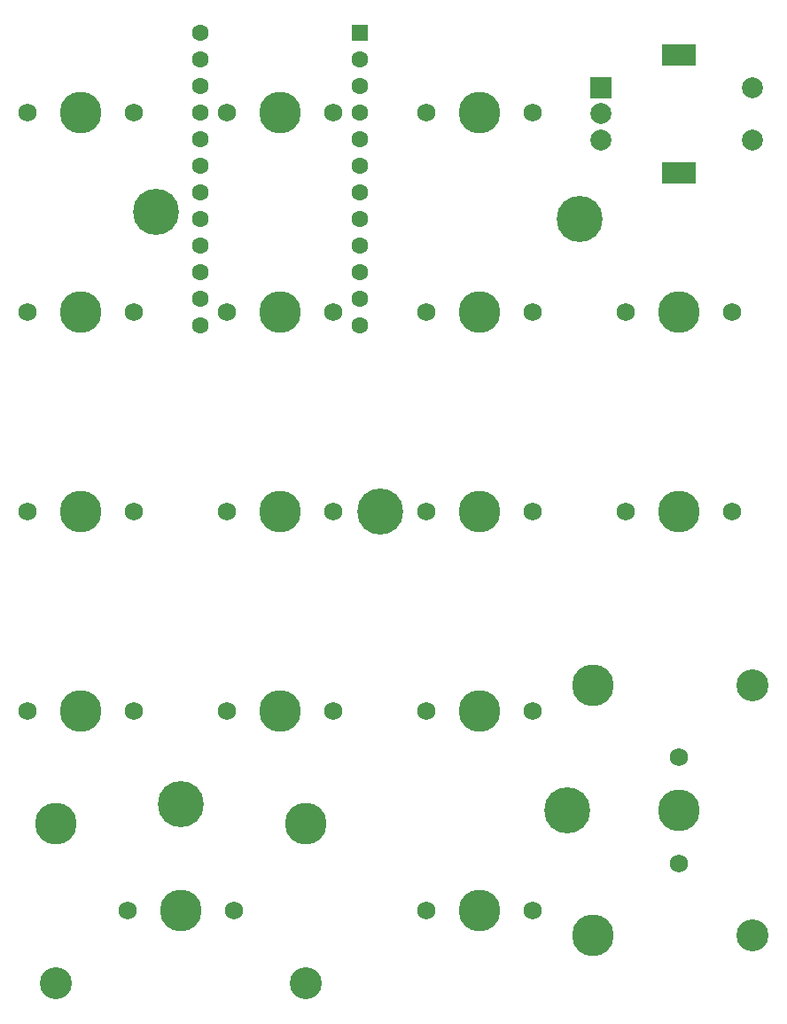
<source format=gbr>
%TF.GenerationSoftware,KiCad,Pcbnew,(5.1.7)-1*%
%TF.CreationDate,2020-12-03T19:41:16-08:00*%
%TF.ProjectId,macropad3,6d616372-6f70-4616-9433-2e6b69636164,rev?*%
%TF.SameCoordinates,Original*%
%TF.FileFunction,Soldermask,Top*%
%TF.FilePolarity,Negative*%
%FSLAX46Y46*%
G04 Gerber Fmt 4.6, Leading zero omitted, Abs format (unit mm)*
G04 Created by KiCad (PCBNEW (5.1.7)-1) date 2020-12-03 19:41:16*
%MOMM*%
%LPD*%
G01*
G04 APERTURE LIST*
%ADD10C,3.987800*%
%ADD11C,3.048000*%
%ADD12C,1.750000*%
%ADD13C,1.600000*%
%ADD14R,1.600000X1.600000*%
%ADD15R,2.000000X2.000000*%
%ADD16C,2.000000*%
%ADD17R,3.200000X2.000000*%
%ADD18C,4.400000*%
G04 APERTURE END LIST*
D10*
%TO.C,K-ENT1*%
X150549508Y-114412405D03*
X150549508Y-138288405D03*
D11*
X165789508Y-114412405D03*
X165789508Y-138288405D03*
D12*
X158804508Y-121270405D03*
X158804508Y-131430405D03*
D10*
X158804508Y-126350405D03*
%TD*%
%TO.C,K-0*%
X123117508Y-127620405D03*
X99241508Y-127620405D03*
D11*
X123117508Y-142860405D03*
X99241508Y-142860405D03*
D12*
X116259508Y-135875405D03*
X106099508Y-135875405D03*
D10*
X111179508Y-135875405D03*
%TD*%
D13*
%TO.C,U1*%
X113084532Y-52055405D03*
X113084532Y-54595405D03*
X113084532Y-57135405D03*
X113084532Y-59675405D03*
X113084532Y-62215405D03*
X113084532Y-64755405D03*
X113084532Y-67295405D03*
X113084532Y-69835405D03*
X113084532Y-72375405D03*
X113084532Y-74915405D03*
X113084532Y-77455405D03*
X113084532Y-79995405D03*
X128324532Y-79995405D03*
X128324532Y-77455405D03*
X128324532Y-74915405D03*
X128324532Y-72375405D03*
X128324532Y-69835405D03*
X128324532Y-67295405D03*
X128324532Y-64755405D03*
X128324532Y-62215405D03*
X128324532Y-59675405D03*
X128324532Y-57135405D03*
X128324532Y-54595405D03*
D14*
X128324532Y-52055405D03*
%TD*%
D15*
%TO.C,SW1*%
X151304508Y-57294155D03*
D16*
X151304508Y-59794155D03*
X151304508Y-62294155D03*
D17*
X158804508Y-54194155D03*
X158804508Y-65394155D03*
D16*
X165804508Y-57294155D03*
X165804508Y-62294155D03*
%TD*%
D10*
%TO.C,K-STAR1*%
X139754508Y-59675405D03*
D12*
X134674508Y-59675405D03*
X144834508Y-59675405D03*
%TD*%
D10*
%TO.C,K-PLUS1*%
X158804508Y-97775405D03*
D12*
X153724508Y-97775405D03*
X163884508Y-97775405D03*
%TD*%
%TO.C,K-NUM1*%
X106734508Y-59675405D03*
X96574508Y-59675405D03*
D10*
X101654508Y-59675405D03*
%TD*%
%TO.C,K-MIN1*%
X158804508Y-78725405D03*
D12*
X153724508Y-78725405D03*
X163884508Y-78725405D03*
%TD*%
D10*
%TO.C,K-DEL1*%
X139754508Y-135875405D03*
D12*
X134674508Y-135875405D03*
X144834508Y-135875405D03*
%TD*%
D10*
%TO.C,K-/1*%
X120704508Y-59675405D03*
D12*
X115624508Y-59675405D03*
X125784508Y-59675405D03*
%TD*%
D10*
%TO.C,K-9*%
X139754508Y-78725405D03*
D12*
X134674508Y-78725405D03*
X144834508Y-78725405D03*
%TD*%
D10*
%TO.C,K-8*%
X120704508Y-78725405D03*
D12*
X115624508Y-78725405D03*
X125784508Y-78725405D03*
%TD*%
D10*
%TO.C,K-7*%
X101654508Y-78725405D03*
D12*
X96574508Y-78725405D03*
X106734508Y-78725405D03*
%TD*%
D10*
%TO.C,K-6*%
X139754508Y-97775405D03*
D12*
X134674508Y-97775405D03*
X144834508Y-97775405D03*
%TD*%
D10*
%TO.C,K-5*%
X120704508Y-97775405D03*
D12*
X115624508Y-97775405D03*
X125784508Y-97775405D03*
%TD*%
D10*
%TO.C,K-4*%
X101654508Y-97775405D03*
D12*
X96574508Y-97775405D03*
X106734508Y-97775405D03*
%TD*%
D10*
%TO.C,K-1*%
X101654516Y-116825381D03*
D12*
X96574516Y-116825381D03*
X106734516Y-116825381D03*
%TD*%
D10*
%TO.C,K-2*%
X120704508Y-116825405D03*
D12*
X115624508Y-116825405D03*
X125784508Y-116825405D03*
%TD*%
D10*
%TO.C,K-3*%
X139754548Y-116825381D03*
D12*
X134674548Y-116825381D03*
X144834548Y-116825381D03*
%TD*%
D18*
%TO.C,H5*%
X108798272Y-69200341D03*
%TD*%
%TO.C,H4*%
X148088930Y-126350389D03*
%TD*%
%TO.C,H3*%
X130229540Y-97775365D03*
%TD*%
%TO.C,H2*%
X149279556Y-69826199D03*
%TD*%
%TO.C,H1*%
X111179524Y-125755076D03*
%TD*%
M02*

</source>
